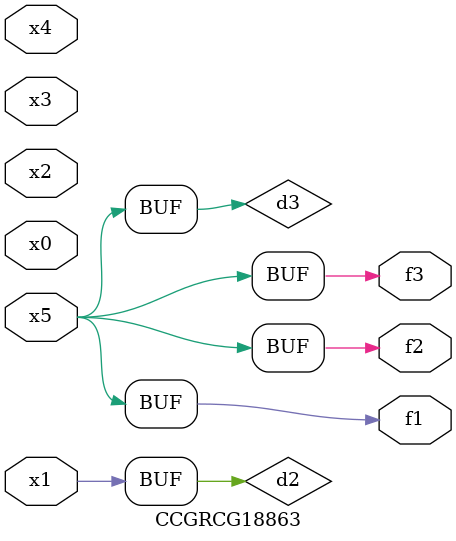
<source format=v>
module CCGRCG18863(
	input x0, x1, x2, x3, x4, x5,
	output f1, f2, f3
);

	wire d1, d2, d3;

	not (d1, x5);
	or (d2, x1);
	xnor (d3, d1);
	assign f1 = d3;
	assign f2 = d3;
	assign f3 = d3;
endmodule

</source>
